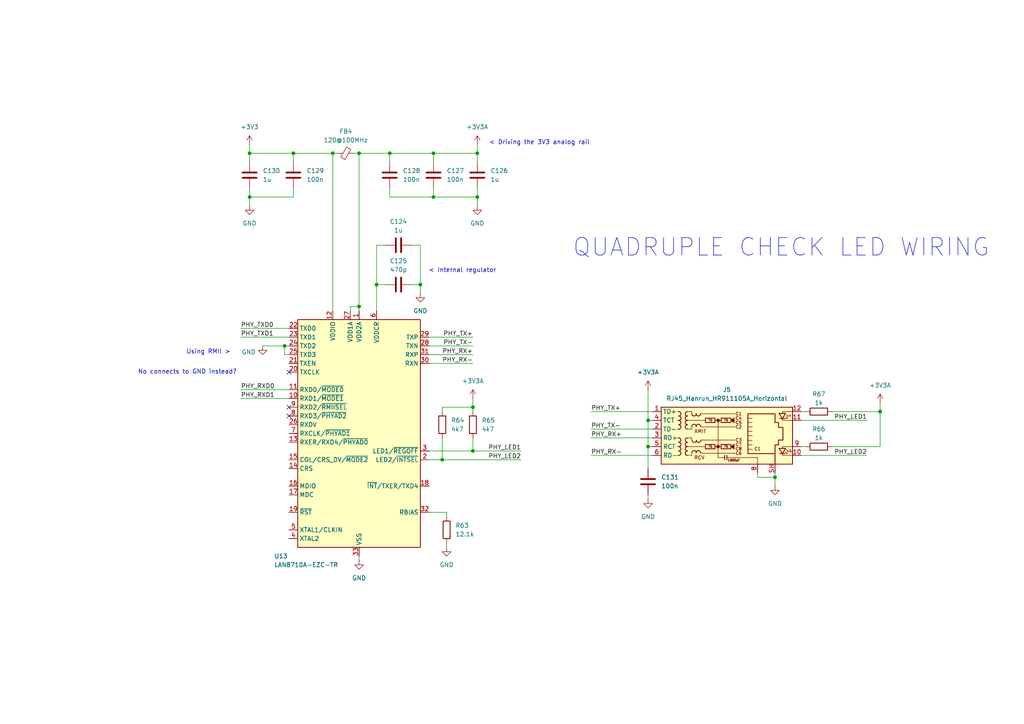
<source format=kicad_sch>
(kicad_sch (version 20250114) (generator "eeschema") (generator_version "9.0")
  (paper "A4")
  (lib_symbols
    (symbol "Connector:RJ45_Hanrun_HR911105A_Horizontal"
      (property "Reference" "J" (at 18.415 10.16 0))
      (property "Value" "RJ45_Hanrun_HR911105A_Horizontal" (at -19.05 10.16 0))
      (symbol "RJ45_Hanrun_HR911105A_Horizontal_0_0"
        (circle (center -1.27 5.08) (radius 0.0001) (stroke (width 0.508)))
        (polyline (pts (xy -1.27 5.08) (xy -1.27 -5.715)))
        (circle (center -1.27 -2.54) (radius 0.0001) (stroke (width 0.508)))
        (polyline (pts (xy 0.635 -5.08) (xy 0.635 -6.35)) (stroke (width 0.254)))
        (polyline (pts (xy 1.27 -5.08) (xy 1.27 -6.35)) (stroke (width 0.254)))
        (polyline (pts (xy 3.048 5.08) (xy 2.54 5.08)))
        (circle (center 3.048 5.08) (radius 0.0001) (stroke (width 0.508)))
        (polyline (pts (xy 3.048 -2.54) (xy 2.54 -2.54)))
        (circle (center 3.048 -2.54) (radius 0.0001) (stroke (width 0.508)))
        (polyline (pts (xy 3.683 5.715) (xy 3.048 5.715) (xy 3.048 4.445) (xy 3.683 4.445)))
        (polyline (pts (xy 3.683 -1.905) (xy 3.048 -1.905) (xy 3.048 -3.175) (xy 3.683 -3.175)))
        (polyline (pts (xy 17.399 7.112) (xy 17.399 7.62) (xy 20.32 7.62)))
        (polyline (pts (xy 17.399 -3.048) (xy 17.399 -2.54) (xy 20.32 -2.54)))
        (polyline (pts (xy 20.32 5.08) (xy 17.399 5.08) (xy 17.399 5.588)))
        (polyline (pts (xy 20.32 -5.08) (xy 17.399 -5.08) (xy 17.399 -4.572)))
        (text "XMIT" (at -8.255 1.905 0) (effects (font (size 1.016 1.016)) (justify left)))
        (text "RCV" (at -8.255 -5.715 0) (effects (font (size 1.016 1.016)) (justify left)))
        (text "C1" (at 4.699 6.985 0) (effects (font (size 0.889 0.889))))
        (text "C4" (at 4.699 5.715 0) (effects (font (size 0.889 0.889))))
        (text "C5" (at 4.699 4.445 0) (effects (font (size 0.889 0.889))))
        (text "C2" (at 4.699 3.175 0) (effects (font (size 0.889 0.889))))
        (text "C3" (at 4.699 -0.635 0) (effects (font (size 0.889 0.889))))
        (text "C7" (at 4.699 -1.905 0) (effects (font (size 0.889 0.889))))
        (text "C8" (at 4.699 -3.175 0) (effects (font (size 0.889 0.889))))
        (text "C6" (at 4.699 -4.445 0) (effects (font (size 0.889 0.889))))
        (text "C1" (at 10.16 -3.175 0) (effects (font (size 0.889 0.889))))
      )
      (symbol "RJ45_Hanrun_HR911105A_Horizontal_0_1"
        (rectangle (start -17.78 8.89) (end 20.32 -7.62) (stroke (width 0.254)) (fill (type background)))
        (polyline (pts (xy -12.7 7.62) (xy -13.081 7.62)))
        (polyline (pts (xy -12.7 5.08) (xy -13.081 5.08)))
        (polyline (pts (xy -12.7 2.54) (xy -13.081 2.54)))
        (polyline (pts (xy -12.7 0) (xy -13.081 0)))
        (polyline (pts (xy -12.7 -2.54) (xy -13.081 -2.54)))
        (polyline (pts (xy -12.7 -5.08) (xy -13.081 -5.08)))
        (polyline (pts (xy -10.16 7.62) (xy -8.89 7.62) (xy -8.89 6.985)))
        (polyline (pts (xy -10.16 0) (xy -8.89 0) (xy -8.89 -0.635)))
        (polyline (pts (xy -8.89 3.175) (xy -8.89 2.54) (xy -10.16 2.54)))
        (polyline (pts (xy -8.89 -4.445) (xy -8.89 -5.08) (xy -10.16 -5.08)))
        (polyline (pts (xy -6.35 6.985) (xy 3.683 6.985)))
        (polyline (pts (xy -6.35 3.175) (xy 3.683 3.175)))
        (polyline (pts (xy -6.35 -4.445) (xy 3.683 -4.445)))
        (polyline (pts (xy -6.223 -0.635) (xy 3.683 -0.635)))
        (polyline (pts (xy -5.08 -2.54) (xy -10.16 -2.54)))
        (polyline (pts (xy -4.953 5.08) (xy -10.16 5.08)))
        (polyline (pts (xy -2.159 5.08) (xy -0.381 5.08)))
        (polyline (pts (xy -2.159 -2.54) (xy -0.381 -2.54)))
        (polyline (pts (xy 0.635 -5.715) (xy -1.27 -5.715)))
        (polyline (pts (xy 7.366 3.175) (xy 8.636 3.175)))
        (polyline (pts (xy 7.366 1.905) (xy 8.636 1.905)))
        (polyline (pts (xy 7.366 0.635) (xy 8.636 0.635)))
        (polyline (pts (xy 7.366 -0.762) (xy 8.636 -0.762)))
        (polyline (pts (xy 7.366 -2.032) (xy 8.636 -2.032)))
        (polyline (pts (xy 8.636 5.715) (xy 7.366 5.715)))
        (polyline (pts (xy 8.636 4.445) (xy 7.366 4.445)))
        (polyline (pts (xy 8.636 -3.302) (xy 7.366 -3.302)))
        (polyline (pts (xy 10.16 -5.715) (xy 1.27 -5.715)))
        (polyline (pts (xy 10.16 -5.715) (xy 10.16 -7.62)))
      )
      (symbol "RJ45_Hanrun_HR911105A_Horizontal_1_0"
        (text "1000pF" (at 3.302 -6.477 0) (effects (font (size 0.635 0.635))))
      )
      (symbol "RJ45_Hanrun_HR911105A_Horizontal_1_1"
        (arc (start -12.7 0) (mid -12.0677 -0.635) (end -12.7 -1.27) (stroke (width 0.254)))
        (arc (start -12.6973 7.62) (mid -12.065 6.985) (end -12.6973 6.35) (stroke (width 0.254)))
        (arc (start -12.6973 -1.27) (mid -12.065 -1.905) (end -12.6973 -2.54) (stroke (width 0.254)))
        (arc (start -12.6973 -2.54) (mid -12.065 -3.175) (end -12.6973 -3.81) (stroke (width 0.254)))
        (arc (start -12.6973 -3.81) (mid -12.065 -4.445) (end -12.6973 -5.08) (stroke (width 0.254)))
        (arc (start -12.6946 6.35) (mid -12.0623 5.715) (end -12.6946 5.08) (stroke (width 0.254)))
        (arc (start -12.6946 5.08) (mid -12.0623 4.445) (end -12.6946 3.81) (stroke (width 0.254)))
        (arc (start -12.6946 3.81) (mid -12.0623 3.175) (end -12.6946 2.54) (stroke (width 0.254)))
        (arc (start -10.1654 6.35) (mid -10.7977 6.985) (end -10.1654 7.62) (stroke (width 0.254)))
        (arc (start -10.1654 5.08) (mid -10.7977 5.715) (end -10.1654 6.35) (stroke (width 0.254)))
        (arc (start -10.1654 3.81) (mid -10.7977 4.445) (end -10.1654 5.08) (stroke (width 0.254)))
        (arc (start -10.1654 -1.27) (mid -10.7977 -0.635) (end -10.1654 0) (stroke (width 0.254)))
        (arc (start -10.1654 -2.54) (mid -10.7977 -1.905) (end -10.1654 -1.27) (stroke (width 0.254)))
        (arc (start -10.1654 -3.81) (mid -10.7977 -3.175) (end -10.1654 -2.54) (stroke (width 0.254)))
        (arc (start -10.1627 2.54) (mid -10.795 3.175) (end -10.1627 3.81) (stroke (width 0.254)))
        (arc (start -10.1627 -5.08) (mid -10.795 -4.445) (end -10.1627 -3.81) (stroke (width 0.254)))
        (arc (start -7.62 6.9823) (mid -8.255 6.35) (end -8.89 6.9823) (stroke (width 0.254)))
        (arc (start -8.89 3.3047) (mid -8.255 3.937) (end -7.62 3.3047) (stroke (width 0.254)))
        (arc (start -8.89 -4.3153) (mid -8.255 -3.683) (end -7.62 -4.3153) (stroke (width 0.254)))
        (arc (start -7.5565 -0.7012) (mid -8.1915 -1.3335) (end -8.8265 -0.7012) (stroke (width 0.254)))
        (arc (start -6.35 6.985) (mid -6.985 6.3527) (end -7.62 6.985) (stroke (width 0.254)))
        (arc (start -7.62 3.3074) (mid -6.985 3.9397) (end -6.35 3.3074) (stroke (width 0.254)))
        (arc (start -7.62 -4.3126) (mid -6.985 -3.6803) (end -6.35 -4.3126) (stroke (width 0.254)))
        (arc (start -6.2865 -0.6985) (mid -6.9215 -1.3308) (end -7.5565 -0.6985) (stroke (width 0.254)))
        (rectangle (start -4.953 5.715) (end -2.159 4.445) (stroke (width 0.254)))
        (rectangle (start -4.953 -1.905) (end -2.159 -3.175) (stroke (width 0.254)))
        (rectangle (start -0.381 5.715) (end 2.413 4.445) (stroke (width 0.254)))
        (rectangle (start -0.381 -1.905) (end 2.413 -3.175) (stroke (width 0.254)))
        (polyline (pts (xy 7.366 -4.572) (xy 7.366 6.985) (xy 15.24 6.985) (xy 15.24 4.445) (xy 16.256 4.445) (xy 16.256 3.048) (xy 17.526 3.048) (xy 17.526 -0.635) (xy 16.256 -0.635) (xy 16.256 -2.032) (xy 15.24 -2.032) (xy 15.24 -4.572) (xy 7.366 -4.572)) (stroke (width 0.254)))
        (polyline (pts (xy 15.24 -7.62) (xy 15.24 -4.572)) (stroke (width 0.254)))
        (polyline (pts (xy 18.161 5.588) (xy 16.637 5.588)) (stroke (width 0.254)))
        (polyline (pts (xy 18.161 -4.572) (xy 16.637 -4.572)) (stroke (width 0.254)))
        (polyline (pts (xy 18.288 7.112) (xy 16.383 7.112) (xy 17.399 5.588) (xy 18.288 7.112)) (stroke (width 0.254)))
        (polyline (pts (xy 18.288 6.096) (xy 18.796 5.588) (xy 18.542 5.588)))
        (polyline (pts (xy 18.288 -3.048) (xy 16.383 -3.048) (xy 17.399 -4.572) (xy 18.288 -3.048)) (stroke (width 0.254)))
        (polyline (pts (xy 18.288 -4.064) (xy 18.796 -4.572) (xy 18.542 -4.572)))
        (polyline (pts (xy 18.542 6.731) (xy 19.05 6.223) (xy 18.796 6.223)))
        (polyline (pts (xy 18.542 -3.429) (xy 19.05 -3.937) (xy 18.796 -3.937)))
        (polyline (pts (xy 18.796 5.588) (xy 18.796 5.842)))
        (polyline (pts (xy 18.796 -4.572) (xy 18.796 -4.318)))
        (polyline (pts (xy 19.05 6.223) (xy 19.05 6.477)))
        (polyline (pts (xy 19.05 -3.937) (xy 19.05 -3.683)))
        (text "75" (at -3.556 5.08 0) (effects (font (size 0.635 0.635))))
        (text "75" (at -3.556 -2.54 0) (effects (font (size 0.635 0.635))))
        (text "75" (at 1.016 5.08 0) (effects (font (size 0.635 0.635))))
        (text "75" (at 1.016 -2.54 0) (effects (font (size 0.635 0.635))))
        (text "Y" (at 19.558 6.35 0) (effects (font (size 0.635 0.635))))
        (text "G" (at 19.685 -3.81 0) (effects (font (size 0.635 0.635))))
        (pin passive line (at -20.32 7.62 0) (length 2.54) (name "TD+") (number "1"))
        (pin passive line (at -20.32 5.08 0) (length 2.54) (name "TCT") (number "4"))
        (pin passive line (at -20.32 2.54 0) (length 2.54) (name "TD-") (number "2"))
        (pin passive line (at -20.32 0 0) (length 2.54) (name "RD+") (number "3"))
        (pin passive line (at -20.32 -2.54 0) (length 2.54) (name "RCT") (number "5"))
        (pin passive line (at -20.32 -5.08 0) (length 2.54) (name "RD-") (number "6"))
        (pin power_in line (at 10.16 -10.16 90) (length 2.54) (name "") (number "8"))
        (pin passive line (at 15.24 -10.16 90) (length 2.54) (name "") (number "SH"))
        (pin no_connect line (at 20.32 0 0) (length 0) (hide yes) (name "NC") (number "7"))
        (pin passive line (at 22.86 7.62 180) (length 2.54) (name "") (number "12"))
        (pin passive line (at 22.86 5.08 180) (length 2.54) (name "") (number "11"))
        (pin passive line (at 22.86 -2.54 180) (length 2.54) (name "") (number "9"))
        (pin passive line (at 22.86 -5.08 180) (length 2.54) (name "") (number "10"))
      )
    )
    (symbol "Device:C" (pin_numbers (hide yes)) (pin_names (offset 0.254))
      (property "Reference" "C" (at 0.635 2.54 0))
      (property "Value" "C" (at 0.635 -2.54 0))
      (symbol "C_0_1"
        (polyline (pts (xy -2.032 0.762) (xy 2.032 0.762)) (stroke (width 0.508)))
        (polyline (pts (xy -2.032 -0.762) (xy 2.032 -0.762)) (stroke (width 0.508)))
      )
      (symbol "C_1_1"
        (pin passive line (at 0 3.81 270) (length 2.794) (name "~") (number "1"))
        (pin passive line (at 0 -3.81 90) (length 2.794) (name "~") (number "2"))
      )
    )
    (symbol "Device:FerriteBead_Small" (pin_numbers (hide yes)) (pin_names (offset 0))
      (property "Reference" "FB" (at 1.905 1.27 0))
      (property "Value" "FerriteBead_Small" (at 1.905 -1.27 0))
      (symbol "FerriteBead_Small_0_1"
        (polyline (pts (xy -1.8288 0.2794) (xy -1.1176 1.4986) (xy 1.8288 -0.2032) (xy 1.1176 -1.4224) (xy -1.8288 0.2794)))
        (polyline (pts (xy 0 0.889) (xy 0 1.2954)))
        (polyline (pts (xy 0 -1.27) (xy 0 -0.7874)))
      )
      (symbol "FerriteBead_Small_1_1"
        (pin passive line (at 0 2.54 270) (length 1.27) (name "~") (number "1"))
        (pin passive line (at 0 -2.54 90) (length 1.27) (name "~") (number "2"))
      )
    )
    (symbol "Device:R" (pin_numbers (hide yes)) (pin_names (offset 0))
      (property "Reference" "R" (at 2.032 0 90))
      (property "Value" "R" (at 0 0 90))
      (symbol "R_0_1"
        (rectangle (start -1.016 -2.54) (end 1.016 2.54) (stroke (width 0.254)))
      )
      (symbol "R_1_1"
        (pin passive line (at 0 3.81 270) (length 1.27) (name "~") (number "1"))
        (pin passive line (at 0 -3.81 90) (length 1.27) (name "~") (number "2"))
      )
    )
    (symbol "FPGA Accelerator:LAN8710A"
      (property "Reference" "U" (at -13.97 34.29 0))
      (property "Value" "LAN8710A" (at 17.78 34.29 0))
      (symbol "LAN8710A_0_1"
        (rectangle (start -17.78 33.02) (end 17.78 -33.02) (stroke (width 0.254)) (fill (type background)))
      )
      (symbol "LAN8710A_1_1"
        (pin input line (at -20.32 30.48 0) (length 2.54) (name "TXD0") (number "22"))
        (pin input line (at -20.32 27.94 0) (length 2.54) (name "TXD1") (number "23"))
        (pin input line (at -20.32 25.4 0) (length 2.54) (name "TXD2") (number "24"))
        (pin input line (at -20.32 22.86 0) (length 2.54) (name "TXD3") (number "25"))
        (pin input line (at -20.32 20.32 0) (length 2.54) (name "TXEN") (number "21"))
        (pin output line (at -20.32 17.78 0) (length 2.54) (name "TXCLK") (number "20"))
        (pin bidirectional line (at -20.32 12.7 0) (length 2.54) (name "RXD0/~{MODE0}") (number "11"))
        (pin bidirectional line (at -20.32 10.16 0) (length 2.54) (name "RXD1/~{MODE1}") (number "10"))
        (pin bidirectional line (at -20.32 7.62 0) (length 2.54) (name "RXD2/~{RMIISEL}") (number "9"))
        (pin bidirectional line (at -20.32 5.08 0) (length 2.54) (name "RXD3/~{PHYAD2}") (number "8"))
        (pin output line (at -20.32 2.54 0) (length 2.54) (name "RXDV") (number "26"))
        (pin bidirectional line (at -20.32 0 0) (length 2.54) (name "RXCLK/~{PHYAD1}") (number "7"))
        (pin bidirectional line (at -20.32 -2.54 0) (length 2.54) (name "RXER/RXD4/~{PHYAD0}") (number "13"))
        (pin bidirectional line (at -20.32 -7.62 0) (length 2.54) (name "COL/CRS_DV/~{MODE2}") (number "15"))
        (pin output line (at -20.32 -10.16 0) (length 2.54) (name "CRS") (number "14"))
        (pin bidirectional line (at -20.32 -15.24 0) (length 2.54) (name "MDIO") (number "16"))
        (pin input line (at -20.32 -17.78 0) (length 2.54) (name "MDC") (number "17"))
        (pin input line (at -20.32 -22.86 0) (length 2.54) (name "~{RST}") (number "19"))
        (pin input line (at -20.32 -27.94 0) (length 2.54) (name "XTAL1/CLKIN") (number "5"))
        (pin output line (at -20.32 -30.48 0) (length 2.54) (name "XTAL2") (number "4"))
        (pin power_in line (at -7.62 35.56 270) (length 2.54) (name "VDDIO") (number "12"))
        (pin power_in line (at -2.54 35.56 270) (length 2.54) (name "VDD1A") (number "27"))
        (pin power_in line (at 0 35.56 270) (length 2.54) (name "VDD2A") (number "1"))
        (pin power_in line (at 0 -35.56 90) (length 2.54) (name "VSS") (number "33"))
        (pin power_in line (at 5.08 35.56 270) (length 2.54) (name "VDDCR") (number "6"))
        (pin bidirectional line (at 20.32 27.94 180) (length 2.54) (name "TXP") (number "29"))
        (pin bidirectional line (at 20.32 25.4 180) (length 2.54) (name "TXN") (number "28"))
        (pin bidirectional line (at 20.32 22.86 180) (length 2.54) (name "RXP") (number "31"))
        (pin bidirectional line (at 20.32 20.32 180) (length 2.54) (name "RXN") (number "30"))
        (pin bidirectional line (at 20.32 -5.08 180) (length 2.54) (name "LED1/~{REGOFF}") (number "3"))
        (pin bidirectional line (at 20.32 -7.62 180) (length 2.54) (name "LED2/~{INTSEL}") (number "2"))
        (pin bidirectional line (at 20.32 -15.24 180) (length 2.54) (name "~{INT}/TXER/TXD4") (number "18"))
        (pin passive line (at 20.32 -22.86 180) (length 2.54) (name "RBIAS") (number "32"))
      )
    )
    (symbol "power:+3V3" (power) (pin_numbers (hide yes)) (pin_names (offset 0) (hide yes))
      (property "Value" "+3V3" (at 0 3.556 0))
      (symbol "+3V3_0_1"
        (polyline (pts (xy -0.762 1.27) (xy 0 2.54)))
        (polyline (pts (xy 0 2.54) (xy 0.762 1.27)))
        (polyline (pts (xy 0 0) (xy 0 2.54)))
      )
      (symbol "+3V3_1_1"
        (pin power_in line (at 0 0 90) (length 0) (name "~") (number "1"))
      )
    )
    (symbol "power:GND" (power) (pin_numbers (hide yes)) (pin_names (offset 0) (hide yes))
      (property "Value" "GND" (at 0 -3.81 0))
      (symbol "GND_0_1"
        (polyline (pts (xy 0 0) (xy 0 -1.27) (xy 1.27 -1.27) (xy 0 -2.54) (xy -1.27 -1.27) (xy 0 -1.27)))
      )
      (symbol "GND_1_1"
        (pin power_in line (at 0 0 270) (length 0) (name "~") (number "1"))
      )
    )
  )
  (bus_alias "JTAG" (members "JTAG_TCK" "JTAG_TDI" "JTAG_TDO" "JTAG_TMS"))
  (text "No connects to GND instead?" (at 54.356 107.95 0) (effects (font (size 1.27 1.27))))
  (text "QUADRUPLE CHECK LED WIRING" (at 226.568 71.882 0) (effects (font (size 5.08 5.08))))
  (text "Using RMII >" (at 60.452 102.108 0) (effects (font (size 1.27 1.27))))
  (text "< Internal regulator" (at 134.112 78.486 0) (effects (font (size 1.27 1.27))))
  (text "< Driving the 3V3 analog rail" (at 156.464 41.402 0) (effects (font (size 1.27 1.27))))
  (junction (at 138.43 57.15))
  (junction (at 104.14 44.45))
  (junction (at 137.16 118.11))
  (junction (at 72.39 44.45))
  (junction (at 82.55 100.33))
  (junction (at 137.16 130.81))
  (junction (at 121.92 82.55))
  (junction (at 125.73 44.45))
  (junction (at 104.14 88.9))
  (junction (at 85.09 44.45))
  (junction (at 72.39 57.15))
  (junction (at 113.03 44.45))
  (junction (at 109.22 82.55))
  (junction (at 96.52 44.45))
  (junction (at 255.27 119.38))
  (junction (at 224.79 138.43))
  (junction (at 125.73 57.15))
  (junction (at 187.96 121.92))
  (junction (at 128.27 133.35))
  (junction (at 187.96 129.54))
  (junction (at 138.43 44.45))
  (no_connect (at 83.82 118.11))
  (no_connect (at 83.82 107.95))
  (no_connect (at 83.82 120.65))
  (wire (pts (xy 128.27 127) (xy 128.27 133.35)))
  (wire (pts (xy 69.85 115.57) (xy 83.82 115.57)))
  (wire (pts (xy 82.55 102.87) (xy 82.55 100.33)))
  (wire (pts (xy 121.92 71.12) (xy 121.92 82.55)))
  (wire (pts (xy 137.16 118.11) (xy 128.27 118.11)))
  (wire (pts (xy 72.39 54.61) (xy 72.39 57.15)))
  (wire (pts (xy 128.27 118.11) (xy 128.27 119.38)))
  (wire (pts (xy 101.6 90.17) (xy 101.6 88.9)))
  (wire (pts (xy 138.43 44.45) (xy 138.43 46.99)))
  (wire (pts (xy 104.14 162.56) (xy 104.14 161.29)))
  (wire (pts (xy 72.39 59.69) (xy 72.39 57.15)))
  (wire (pts (xy 125.73 44.45) (xy 138.43 44.45)))
  (wire (pts (xy 187.96 113.03) (xy 187.96 121.92)))
  (wire (pts (xy 137.16 127) (xy 137.16 130.81)))
  (wire (pts (xy 255.27 119.38) (xy 255.27 129.54)))
  (wire (pts (xy 137.16 100.33) (xy 124.46 100.33)))
  (wire (pts (xy 72.39 44.45) (xy 85.09 44.45)))
  (wire (pts (xy 137.16 118.11) (xy 137.16 119.38)))
  (wire (pts (xy 113.03 44.45) (xy 125.73 44.45)))
  (wire (pts (xy 128.27 133.35) (xy 151.13 133.35)))
  (wire (pts (xy 171.45 132.08) (xy 189.23 132.08)))
  (wire (pts (xy 187.96 121.92) (xy 189.23 121.92)))
  (wire (pts (xy 137.16 130.81) (xy 124.46 130.81)))
  (wire (pts (xy 96.52 44.45) (xy 96.52 90.17)))
  (wire (pts (xy 69.85 113.03) (xy 83.82 113.03)))
  (wire (pts (xy 138.43 54.61) (xy 138.43 57.15)))
  (wire (pts (xy 233.68 119.38) (xy 232.41 119.38)))
  (wire (pts (xy 96.52 44.45) (xy 85.09 44.45)))
  (wire (pts (xy 82.55 102.87) (xy 83.82 102.87)))
  (wire (pts (xy 187.96 144.78) (xy 187.96 143.51)))
  (wire (pts (xy 129.54 148.59) (xy 124.46 148.59)))
  (wire (pts (xy 76.2 100.33) (xy 82.55 100.33)))
  (wire (pts (xy 111.76 82.55) (xy 109.22 82.55)))
  (wire (pts (xy 138.43 41.91) (xy 138.43 44.45)))
  (wire (pts (xy 72.39 41.91) (xy 72.39 44.45)))
  (wire (pts (xy 72.39 46.99) (xy 72.39 44.45)))
  (wire (pts (xy 189.23 129.54) (xy 187.96 129.54)))
  (wire (pts (xy 255.27 116.84) (xy 255.27 119.38)))
  (wire (pts (xy 85.09 44.45) (xy 85.09 46.99)))
  (wire (pts (xy 171.45 124.46) (xy 189.23 124.46)))
  (wire (pts (xy 101.6 88.9) (xy 104.14 88.9)))
  (wire (pts (xy 109.22 71.12) (xy 109.22 82.55)))
  (wire (pts (xy 125.73 44.45) (xy 125.73 46.99)))
  (wire (pts (xy 129.54 149.86) (xy 129.54 148.59)))
  (wire (pts (xy 82.55 100.33) (xy 83.82 100.33)))
  (wire (pts (xy 69.85 95.25) (xy 83.82 95.25)))
  (wire (pts (xy 109.22 71.12) (xy 111.76 71.12)))
  (wire (pts (xy 72.39 57.15) (xy 85.09 57.15)))
  (wire (pts (xy 137.16 97.79) (xy 124.46 97.79)))
  (wire (pts (xy 69.85 97.79) (xy 83.82 97.79)))
  (wire (pts (xy 125.73 57.15) (xy 113.03 57.15)))
  (wire (pts (xy 113.03 44.45) (xy 104.14 44.45)))
  (wire (pts (xy 96.52 44.45) (xy 97.79 44.45)))
  (wire (pts (xy 241.3 119.38) (xy 255.27 119.38)))
  (wire (pts (xy 187.96 129.54) (xy 187.96 121.92)))
  (wire (pts (xy 251.46 132.08) (xy 232.41 132.08)))
  (wire (pts (xy 137.16 102.87) (xy 124.46 102.87)))
  (wire (pts (xy 121.92 82.55) (xy 119.38 82.55)))
  (wire (pts (xy 224.79 140.97) (xy 224.79 138.43)))
  (wire (pts (xy 171.45 127) (xy 189.23 127)))
  (wire (pts (xy 129.54 158.75) (xy 129.54 157.48)))
  (wire (pts (xy 251.46 121.92) (xy 232.41 121.92)))
  (wire (pts (xy 219.71 138.43) (xy 219.71 137.16)))
  (wire (pts (xy 138.43 59.69) (xy 138.43 57.15)))
  (wire (pts (xy 113.03 46.99) (xy 113.03 44.45)))
  (wire (pts (xy 104.14 44.45) (xy 104.14 88.9)))
  (wire (pts (xy 109.22 82.55) (xy 109.22 90.17)))
  (wire (pts (xy 137.16 115.57) (xy 137.16 118.11)))
  (wire (pts (xy 241.3 129.54) (xy 255.27 129.54)))
  (wire (pts (xy 124.46 133.35) (xy 128.27 133.35)))
  (wire (pts (xy 104.14 44.45) (xy 102.87 44.45)))
  (wire (pts (xy 151.13 130.81) (xy 137.16 130.81)))
  (wire (pts (xy 171.45 119.38) (xy 189.23 119.38)))
  (wire (pts (xy 113.03 57.15) (xy 113.03 54.61)))
  (wire (pts (xy 187.96 135.89) (xy 187.96 129.54)))
  (wire (pts (xy 138.43 57.15) (xy 125.73 57.15)))
  (wire (pts (xy 224.79 138.43) (xy 219.71 138.43)))
  (wire (pts (xy 224.79 138.43) (xy 224.79 137.16)))
  (wire (pts (xy 121.92 71.12) (xy 119.38 71.12)))
  (wire (pts (xy 121.92 82.55) (xy 121.92 85.09)))
  (wire (pts (xy 233.68 129.54) (xy 232.41 129.54)))
  (wire (pts (xy 125.73 54.61) (xy 125.73 57.15)))
  (wire (pts (xy 137.16 105.41) (xy 124.46 105.41)))
  (wire (pts (xy 104.14 88.9) (xy 104.14 90.17)))
  (wire (pts (xy 85.09 54.61) (xy 85.09 57.15)))
  (label "PHY_LED1" (at 251.46 121.92 180))
  (label "PHY_TX+" (at 137.16 97.79 180))
  (label "PHY_LED2" (at 251.46 132.08 180))
  (label "PHY_TX-" (at 137.16 100.33 180))
  (label "PHY_LED1" (at 151.13 130.81 180))
  (label "PHY_RXD0" (at 69.85 113.03 0))
  (label "PHY_RX+" (at 171.45 127 0))
  (label "PHY_RX-" (at 171.45 132.08 0))
  (label "PHY_TX+" (at 171.45 119.38 0))
  (label "PHY_RXD1" (at 69.85 115.57 0))
  (label "PHY_TXD1" (at 69.85 97.79 0))
  (label "PHY_TX-" (at 171.45 124.46 0))
  (label "PHY_RX-" (at 137.16 105.41 180))
  (label "PHY_LED2" (at 151.13 133.35 180))
  (label "PHY_TXD0" (at 69.85 95.25 0))
  (label "PHY_RX+" (at 137.16 102.87 180))
  (symbol (lib_id "power:GND") (at 76.2 100.33 0) (unit 1)
    (property "Reference" "#PWR088" (effects (hide yes)))
    (property "Value" "GND" (at 72.136 102.108 0))
    (property "Description" "Power symbol creates a global label with name \"GND\" , ground" (effects (hide yes)))
  )
  (symbol (lib_id "Device:R") (at 137.16 123.19 0) (unit 1)
    (property "Reference" "R65" (at 139.7 121.9199 0) (effects (justify left)))
    (property "Value" "4k7" (at 139.7 124.4599 0) (effects (justify left)))
    (property "Description" "Resistor" (effects (hide yes)))
  )
  (symbol (lib_id "Device:FerriteBead_Small") (at 100.33 44.45 90) (unit 1)
    (property "Reference" "FB4" (at 100.2919 38.1 90))
    (property "Value" "120@100MHz" (at 100.2919 40.64 90))
    (property "Description" "Ferrite bead, small symbol" (effects (hide yes)))
    (property "MPN" "742792023" (effects (hide yes)))
    (property "LCSC" "C5120901" (effects (hide yes)))
  )
  (symbol (lib_id "power:GND") (at 138.43 59.69 0) (mirror y) (unit 1)
    (property "Reference" "#PWR0125" (effects (hide yes)))
    (property "Value" "GND" (at 138.43 64.77 0))
    (property "Description" "Power symbol creates a global label with name \"GND\" , ground" (effects (hide yes)))
  )
  (symbol (lib_id "Connector:RJ45_Hanrun_HR911105A_Horizontal") (at 209.55 127 0) (unit 1)
    (property "Reference" "J5" (at 210.82 113.03 0))
    (property "Value" "RJ45_Hanrun_HR911105A_Horizontal" (at 210.82 115.57 0))
    (property "Footprint" "Connector_RJ:RJ45_Hanrun_HR911105A_Horizontal" (effects (hide yes)))
    (property "Datasheet" "https://datasheet.lcsc.com/lcsc/1811141815_HANRUN-Zhongshan-HanRun-Elec-HR911105A_C12074.pdf" (effects (hide yes)))
    (property "Description" "1 Port RJ45 Magjack Connector Through Hole 10/100 Base-T, AutoMDIX" (effects (hide yes)))
  )
  (symbol (lib_id "Device:R") (at 237.49 119.38 90) (unit 1)
    (property "Reference" "R67" (at 237.49 114.3 90))
    (property "Value" "1k" (at 237.49 116.84 90))
    (property "Description" "Resistor" (effects (hide yes)))
  )
  (symbol (lib_id "power:GND") (at 187.96 144.78 0) (unit 1)
    (property "Reference" "#PWR0129" (effects (hide yes)))
    (property "Value" "GND" (at 187.96 149.86 0))
    (property "Description" "Power symbol creates a global label with name \"GND\" , ground" (effects (hide yes)))
  )
  (symbol (lib_id "Device:R") (at 128.27 123.19 0) (unit 1)
    (property "Reference" "R64" (at 130.81 121.9199 0) (effects (justify left)))
    (property "Value" "4k7" (at 130.81 124.4599 0) (effects (justify left)))
    (property "Description" "Resistor" (effects (hide yes)))
  )
  (symbol (lib_id "Device:C") (at 187.96 139.7 0) (unit 1)
    (property "Reference" "C131" (at 191.77 138.4299 0) (effects (justify left)))
    (property "Value" "100n" (at 191.77 140.9699 0) (effects (justify left)))
    (property "Description" "Unpolarized capacitor" (effects (hide yes)))
  )
  (symbol (lib_id "power:GND") (at 104.14 162.56 0) (unit 1)
    (property "Reference" "#PWR089" (effects (hide yes)))
    (property "Value" "GND" (at 104.14 167.64 0))
    (property "Description" "Power symbol creates a global label with name \"GND\" , ground" (effects (hide yes)))
  )
  (symbol (lib_id "power:+3V3") (at 255.27 116.84 0) (unit 1)
    (property "Reference" "#PWR0133" (effects (hide yes)))
    (property "Value" "+3V3A" (at 255.27 111.76 0))
    (property "Description" "Power symbol creates a global label with name \"+3V3\"" (effects (hide yes)))
  )
  (symbol (lib_id "Device:C") (at 115.57 82.55 270) (mirror x) (unit 1)
    (property "Reference" "C125" (at 115.57 75.692 90))
    (property "Value" "470p" (at 115.57 78.232 90))
    (property "Footprint" "Capacitor_SMD:C_0603_1608Metric" (effects (hide yes)))
    (property "Description" "Unpolarized capacitor" (effects (hide yes)))
  )
  (symbol (lib_id "Device:C") (at 115.57 71.12 270) (mirror x) (unit 1)
    (property "Reference" "C124" (at 115.57 64.262 90))
    (property "Value" "1u" (at 115.57 66.802 90))
    (property "Description" "Unpolarized capacitor" (effects (hide yes)))
  )
  (symbol (lib_id "Device:C") (at 72.39 50.8 0) (unit 1)
    (property "Reference" "C130" (at 76.2 49.5299 0) (effects (justify left)))
    (property "Value" "1u" (at 76.2 52.0699 0) (effects (justify left)))
    (property "Description" "Unpolarized capacitor" (effects (hide yes)))
  )
  (symbol (lib_id "Device:R") (at 129.54 153.67 0) (unit 1)
    (property "Reference" "R63" (at 132.08 152.3999 0) (effects (justify left)))
    (property "Value" "12.1k" (at 132.08 154.9399 0) (effects (justify left)))
    (property "Description" "Resistor" (effects (hide yes)))
  )
  (symbol (lib_id "Device:C") (at 125.73 50.8 0) (unit 1)
    (property "Reference" "C127" (at 129.54 49.5299 0) (effects (justify left)))
    (property "Value" "100n" (at 129.54 52.0699 0) (effects (justify left)))
    (property "Description" "Unpolarized capacitor" (effects (hide yes)))
  )
  (symbol (lib_id "Device:C") (at 138.43 50.8 0) (unit 1)
    (property "Reference" "C126" (at 142.24 49.5299 0) (effects (justify left)))
    (property "Value" "1u" (at 142.24 52.0699 0) (effects (justify left)))
    (property "Description" "Unpolarized capacitor" (effects (hide yes)))
  )
  (symbol (lib_id "Device:C") (at 113.03 50.8 0) (unit 1)
    (property "Reference" "C128" (at 116.84 49.5299 0) (effects (justify left)))
    (property "Value" "100n" (at 116.84 52.0699 0) (effects (justify left)))
    (property "Description" "Unpolarized capacitor" (effects (hide yes)))
  )
  (symbol (lib_id "power:GND") (at 72.39 59.69 0) (mirror y) (unit 1)
    (property "Reference" "#PWR0126" (effects (hide yes)))
    (property "Value" "GND" (at 72.39 64.77 0))
    (property "Description" "Power symbol creates a global label with name \"GND\" , ground" (effects (hide yes)))
  )
  (symbol (lib_id "power:GND") (at 129.54 158.75 0) (unit 1)
    (property "Reference" "#PWR087" (effects (hide yes)))
    (property "Value" "GND" (at 129.54 163.83 0))
    (property "Description" "Power symbol creates a global label with name \"GND\" , ground" (effects (hide yes)))
  )
  (symbol (lib_id "power:GND") (at 224.79 140.97 0) (unit 1)
    (property "Reference" "#PWR0130" (effects (hide yes)))
    (property "Value" "GND" (at 224.79 146.05 0))
    (property "Description" "Power symbol creates a global label with name \"GND\" , ground" (effects (hide yes)))
  )
  (symbol (lib_id "power:+3V3") (at 138.43 41.91 0) (unit 1)
    (property "Reference" "#PWR0131" (effects (hide yes)))
    (property "Value" "+3V3A" (at 138.43 36.83 0))
    (property "Description" "Power symbol creates a global label with name \"+3V3\"" (effects (hide yes)))
  )
  (symbol (lib_id "Device:C") (at 85.09 50.8 0) (unit 1)
    (property "Reference" "C129" (at 88.9 49.5299 0) (effects (justify left)))
    (property "Value" "100n" (at 88.9 52.0699 0) (effects (justify left)))
    (property "Description" "Unpolarized capacitor" (effects (hide yes)))
  )
  (symbol (lib_id "power:GND") (at 121.92 85.09 0) (mirror y) (unit 1)
    (property "Reference" "#PWR090" (effects (hide yes)))
    (property "Value" "GND" (at 121.92 90.17 0))
    (property "Description" "Power symbol creates a global label with name \"GND\" , ground" (effects (hide yes)))
  )
  (symbol (lib_id "power:+3V3") (at 137.16 115.57 0) (unit 1)
    (property "Reference" "#PWR0132" (effects (hide yes)))
    (property "Value" "+3V3A" (at 137.16 110.49 0))
    (property "Description" "Power symbol creates a global label with name \"+3V3\"" (effects (hide yes)))
  )
  (symbol (lib_id "power:+3V3") (at 187.96 113.03 0) (unit 1)
    (property "Reference" "#PWR0128" (effects (hide yes)))
    (property "Value" "+3V3A" (at 187.96 107.95 0))
    (property "Description" "Power symbol creates a global label with name \"+3V3\"" (effects (hide yes)))
  )
  (symbol (lib_id "Device:R") (at 237.49 129.54 90) (unit 1)
    (property "Reference" "R66" (at 237.49 124.46 90))
    (property "Value" "1k" (at 237.49 127 90))
    (property "Description" "Resistor" (effects (hide yes)))
  )
  (symbol (lib_id "power:+3V3") (at 72.39 41.91 0) (unit 1)
    (property "Reference" "#PWR0127" (effects (hide yes)))
    (property "Value" "+3V3" (at 72.39 36.83 0))
    (property "Description" "Power symbol creates a global label with name \"+3V3\"" (effects (hide yes)))
  )
  (symbol (lib_id "FPGA Accelerator:LAN8710A") (at 104.14 125.73 0) (unit 1)
    (property "Reference" "U13" (at 79.502 161.29 0) (effects (justify left)))
    (property "Value" "LAN8710A-EZC-TR" (at 79.502 163.83 0) (effects (justify left)))
    (property "Footprint" "Package_DFN_QFN:QFN-32-1EP_5x5mm_P0.5mm_EP3.3x3.3mm_ThermalVias" (effects (hide yes)))
    (property "Datasheet" "http://ww1.microchip.com/downloads/en/DeviceDoc/8710a.pdf" (effects (hide yes)))
    (property "Description" "LAN8710 Ethernet PHY with MII/RMII interface, QFN-32" (effects (hide yes)))
    (property "MPN" "LAN8710A-EZC-TR" (effects (hide yes)))
    (property "LCSC" "C46185" (effects (hide yes)))
  )
)
</source>
